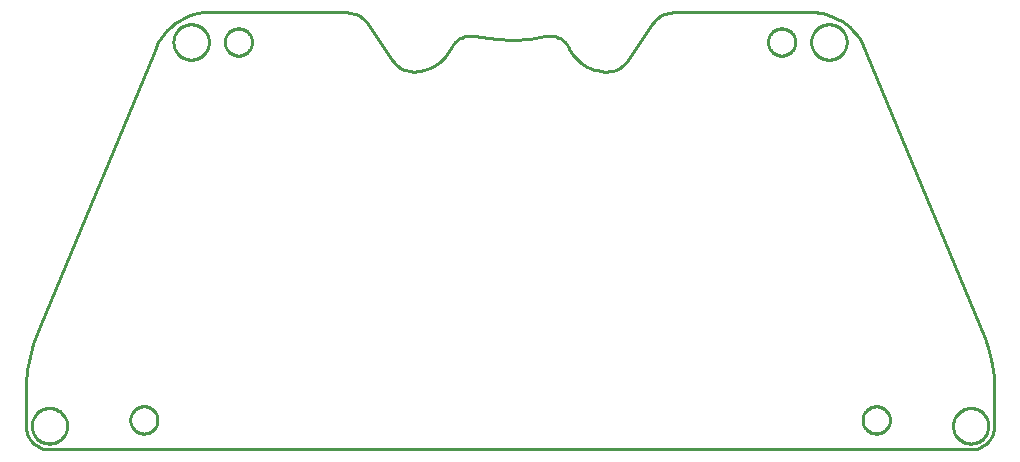
<source format=gbr>
G04 EAGLE Gerber X2 export*
G04 #@! %TF.Part,Single*
G04 #@! %TF.FileFunction,Profile,NP*
G04 #@! %TF.FilePolarity,Positive*
G04 #@! %TF.GenerationSoftware,Autodesk,EAGLE,8.6.0*
G04 #@! %TF.CreationDate,2018-03-08T00:53:42Z*
G75*
%MOMM*%
%FSLAX34Y34*%
%LPD*%
%AMOC8*
5,1,8,0,0,1.08239X$1,22.5*%
G01*
%ADD10C,0.254000*%


D10*
X140000Y130000D02*
X140076Y128257D01*
X140304Y126527D01*
X140681Y124824D01*
X141206Y123160D01*
X141874Y121548D01*
X142680Y120000D01*
X143617Y118528D01*
X144679Y117144D01*
X145858Y115858D01*
X147144Y114679D01*
X148528Y113617D01*
X150000Y112680D01*
X151548Y111874D01*
X153160Y111206D01*
X154824Y110681D01*
X156527Y110304D01*
X158257Y110076D01*
X160000Y110000D01*
X940000Y110000D01*
X941743Y110076D01*
X943473Y110304D01*
X945176Y110681D01*
X946840Y111206D01*
X948452Y111874D01*
X950000Y112680D01*
X951472Y113617D01*
X952856Y114679D01*
X954142Y115858D01*
X955321Y117144D01*
X956383Y118528D01*
X957321Y120000D01*
X958126Y121548D01*
X958794Y123160D01*
X959319Y124824D01*
X959696Y126527D01*
X959924Y128257D01*
X960000Y130000D01*
X960000Y160000D01*
X959505Y171330D01*
X958025Y182574D01*
X955570Y193646D01*
X952160Y204463D01*
X950000Y210000D01*
X850000Y450000D01*
X848176Y453890D01*
X846021Y457605D01*
X843549Y461119D01*
X840781Y464404D01*
X837737Y467435D01*
X834441Y470190D01*
X830916Y472647D01*
X827192Y474787D01*
X823294Y476594D01*
X819255Y478055D01*
X815103Y479158D01*
X810871Y479895D01*
X810000Y480000D01*
X690000Y480000D01*
X688034Y480023D01*
X686074Y479875D01*
X684134Y479557D01*
X682229Y479071D01*
X680374Y478420D01*
X678583Y477611D01*
X676868Y476648D01*
X675245Y475540D01*
X673724Y474294D01*
X672317Y472920D01*
X671036Y471429D01*
X670000Y470000D01*
X650000Y440000D01*
X648839Y438413D01*
X647545Y436934D01*
X646126Y435573D01*
X644594Y434341D01*
X642961Y433247D01*
X641238Y432300D01*
X639439Y431506D01*
X637579Y430872D01*
X635669Y430403D01*
X633727Y430102D01*
X631765Y429971D01*
X630000Y430000D01*
X626917Y430307D01*
X623873Y430881D01*
X620891Y431718D01*
X617993Y432812D01*
X615201Y434154D01*
X612537Y435735D01*
X610020Y437542D01*
X607671Y439561D01*
X605507Y441777D01*
X603544Y444174D01*
X601797Y446732D01*
X600280Y449433D01*
X600000Y450000D01*
X599243Y451406D01*
X598366Y452741D01*
X597376Y453995D01*
X596280Y455157D01*
X595088Y456220D01*
X593807Y457175D01*
X592448Y458014D01*
X591021Y458732D01*
X589537Y459322D01*
X588007Y459781D01*
X586443Y460105D01*
X584857Y460292D01*
X583260Y460339D01*
X581665Y460247D01*
X580085Y460016D01*
X580000Y460000D01*
X566522Y457969D01*
X552918Y457120D01*
X539292Y457460D01*
X525748Y458987D01*
X520000Y460000D01*
X518421Y460238D01*
X516826Y460338D01*
X515230Y460298D01*
X513642Y460119D01*
X512077Y459802D01*
X510545Y459350D01*
X509058Y458767D01*
X507627Y458056D01*
X506264Y457223D01*
X504979Y456275D01*
X503782Y455218D01*
X502681Y454060D01*
X501685Y452811D01*
X500802Y451481D01*
X500038Y450078D01*
X500000Y450000D01*
X498531Y447272D01*
X496831Y444683D01*
X494911Y442252D01*
X492786Y439998D01*
X490473Y437937D01*
X487990Y436086D01*
X485354Y434458D01*
X482587Y433066D01*
X479708Y431921D01*
X476741Y431030D01*
X473708Y430402D01*
X470631Y430041D01*
X470000Y430000D01*
X468034Y429977D01*
X466074Y430125D01*
X464134Y430443D01*
X462229Y430929D01*
X460374Y431580D01*
X458583Y432389D01*
X456868Y433352D01*
X455245Y434461D01*
X453724Y435706D01*
X452318Y437080D01*
X451036Y438571D01*
X450000Y440000D01*
X430000Y470000D01*
X428839Y471587D01*
X427545Y473066D01*
X426126Y474427D01*
X424594Y475659D01*
X422961Y476753D01*
X421238Y477700D01*
X419439Y478494D01*
X417579Y479128D01*
X415669Y479597D01*
X413727Y479898D01*
X411765Y480029D01*
X410000Y480000D01*
X290000Y480000D01*
X285755Y479338D01*
X281585Y478309D01*
X277519Y476921D01*
X273591Y475183D01*
X269828Y473110D01*
X266261Y470716D01*
X262916Y468021D01*
X259818Y465044D01*
X256992Y461809D01*
X254459Y458340D01*
X252237Y454663D01*
X250345Y450807D01*
X250000Y450000D01*
X150000Y210000D01*
X146099Y199351D01*
X143141Y188403D01*
X141148Y177238D01*
X140136Y165942D01*
X140000Y160000D01*
X140000Y130000D01*
X251500Y134548D02*
X251429Y133647D01*
X251288Y132755D01*
X251077Y131876D01*
X250798Y131017D01*
X250452Y130182D01*
X250041Y129377D01*
X249569Y128606D01*
X249038Y127875D01*
X248451Y127188D01*
X247812Y126549D01*
X247125Y125962D01*
X246394Y125431D01*
X245623Y124959D01*
X244818Y124548D01*
X243983Y124202D01*
X243124Y123923D01*
X242245Y123712D01*
X241353Y123571D01*
X240452Y123500D01*
X239548Y123500D01*
X238647Y123571D01*
X237755Y123712D01*
X236876Y123923D01*
X236017Y124202D01*
X235182Y124548D01*
X234377Y124959D01*
X233606Y125431D01*
X232875Y125962D01*
X232188Y126549D01*
X231549Y127188D01*
X230962Y127875D01*
X230431Y128606D01*
X229959Y129377D01*
X229548Y130182D01*
X229202Y131017D01*
X228923Y131876D01*
X228712Y132755D01*
X228571Y133647D01*
X228500Y134548D01*
X228500Y135452D01*
X228571Y136353D01*
X228712Y137245D01*
X228923Y138124D01*
X229202Y138983D01*
X229548Y139818D01*
X229959Y140623D01*
X230431Y141394D01*
X230962Y142125D01*
X231549Y142812D01*
X232188Y143451D01*
X232875Y144038D01*
X233606Y144569D01*
X234377Y145041D01*
X235182Y145452D01*
X236017Y145798D01*
X236876Y146077D01*
X237755Y146288D01*
X238647Y146429D01*
X239548Y146500D01*
X240452Y146500D01*
X241353Y146429D01*
X242245Y146288D01*
X243124Y146077D01*
X243983Y145798D01*
X244818Y145452D01*
X245623Y145041D01*
X246394Y144569D01*
X247125Y144038D01*
X247812Y143451D01*
X248451Y142812D01*
X249038Y142125D01*
X249569Y141394D01*
X250041Y140623D01*
X250452Y139818D01*
X250798Y138983D01*
X251077Y138124D01*
X251288Y137245D01*
X251429Y136353D01*
X251500Y135452D01*
X251500Y134548D01*
X871500Y134548D02*
X871429Y133647D01*
X871288Y132755D01*
X871077Y131876D01*
X870798Y131017D01*
X870452Y130182D01*
X870041Y129377D01*
X869569Y128606D01*
X869038Y127875D01*
X868451Y127188D01*
X867812Y126549D01*
X867125Y125962D01*
X866394Y125431D01*
X865623Y124959D01*
X864818Y124548D01*
X863983Y124202D01*
X863124Y123923D01*
X862245Y123712D01*
X861353Y123571D01*
X860452Y123500D01*
X859548Y123500D01*
X858647Y123571D01*
X857755Y123712D01*
X856876Y123923D01*
X856017Y124202D01*
X855182Y124548D01*
X854377Y124959D01*
X853606Y125431D01*
X852875Y125962D01*
X852188Y126549D01*
X851549Y127188D01*
X850962Y127875D01*
X850431Y128606D01*
X849959Y129377D01*
X849548Y130182D01*
X849202Y131017D01*
X848923Y131876D01*
X848712Y132755D01*
X848571Y133647D01*
X848500Y134548D01*
X848500Y135452D01*
X848571Y136353D01*
X848712Y137245D01*
X848923Y138124D01*
X849202Y138983D01*
X849548Y139818D01*
X849959Y140623D01*
X850431Y141394D01*
X850962Y142125D01*
X851549Y142812D01*
X852188Y143451D01*
X852875Y144038D01*
X853606Y144569D01*
X854377Y145041D01*
X855182Y145452D01*
X856017Y145798D01*
X856876Y146077D01*
X857755Y146288D01*
X858647Y146429D01*
X859548Y146500D01*
X860452Y146500D01*
X861353Y146429D01*
X862245Y146288D01*
X863124Y146077D01*
X863983Y145798D01*
X864818Y145452D01*
X865623Y145041D01*
X866394Y144569D01*
X867125Y144038D01*
X867812Y143451D01*
X868451Y142812D01*
X869038Y142125D01*
X869569Y141394D01*
X870041Y140623D01*
X870452Y139818D01*
X870798Y138983D01*
X871077Y138124D01*
X871288Y137245D01*
X871429Y136353D01*
X871500Y135452D01*
X871500Y134548D01*
X295000Y454464D02*
X294924Y453396D01*
X294771Y452335D01*
X294543Y451288D01*
X294241Y450260D01*
X293867Y449256D01*
X293422Y448281D01*
X292908Y447341D01*
X292329Y446440D01*
X291687Y445582D01*
X290985Y444772D01*
X290228Y444015D01*
X289418Y443313D01*
X288560Y442671D01*
X287659Y442092D01*
X286719Y441578D01*
X285744Y441133D01*
X284740Y440759D01*
X283712Y440457D01*
X282665Y440229D01*
X281604Y440076D01*
X280536Y440000D01*
X279464Y440000D01*
X278396Y440076D01*
X277335Y440229D01*
X276288Y440457D01*
X275260Y440759D01*
X274256Y441133D01*
X273281Y441578D01*
X272341Y442092D01*
X271440Y442671D01*
X270582Y443313D01*
X269772Y444015D01*
X269015Y444772D01*
X268313Y445582D01*
X267671Y446440D01*
X267092Y447341D01*
X266578Y448281D01*
X266133Y449256D01*
X265759Y450260D01*
X265457Y451288D01*
X265229Y452335D01*
X265076Y453396D01*
X265000Y454464D01*
X265000Y455536D01*
X265076Y456604D01*
X265229Y457665D01*
X265457Y458712D01*
X265759Y459740D01*
X266133Y460744D01*
X266578Y461719D01*
X267092Y462659D01*
X267671Y463560D01*
X268313Y464418D01*
X269015Y465228D01*
X269772Y465985D01*
X270582Y466687D01*
X271440Y467329D01*
X272341Y467908D01*
X273281Y468422D01*
X274256Y468867D01*
X275260Y469241D01*
X276288Y469543D01*
X277335Y469771D01*
X278396Y469924D01*
X279464Y470000D01*
X280536Y470000D01*
X281604Y469924D01*
X282665Y469771D01*
X283712Y469543D01*
X284740Y469241D01*
X285744Y468867D01*
X286719Y468422D01*
X287659Y467908D01*
X288560Y467329D01*
X289418Y466687D01*
X290228Y465985D01*
X290985Y465228D01*
X291687Y464418D01*
X292329Y463560D01*
X292908Y462659D01*
X293422Y461719D01*
X293867Y460744D01*
X294241Y459740D01*
X294543Y458712D01*
X294771Y457665D01*
X294924Y456604D01*
X295000Y455536D01*
X295000Y454464D01*
X175000Y129464D02*
X174924Y128396D01*
X174771Y127335D01*
X174543Y126288D01*
X174241Y125260D01*
X173867Y124256D01*
X173422Y123281D01*
X172908Y122341D01*
X172329Y121440D01*
X171687Y120582D01*
X170985Y119772D01*
X170228Y119015D01*
X169418Y118313D01*
X168560Y117671D01*
X167659Y117092D01*
X166719Y116578D01*
X165744Y116133D01*
X164740Y115759D01*
X163712Y115457D01*
X162665Y115229D01*
X161604Y115076D01*
X160536Y115000D01*
X159464Y115000D01*
X158396Y115076D01*
X157335Y115229D01*
X156288Y115457D01*
X155260Y115759D01*
X154256Y116133D01*
X153281Y116578D01*
X152341Y117092D01*
X151440Y117671D01*
X150582Y118313D01*
X149772Y119015D01*
X149015Y119772D01*
X148313Y120582D01*
X147671Y121440D01*
X147092Y122341D01*
X146578Y123281D01*
X146133Y124256D01*
X145759Y125260D01*
X145457Y126288D01*
X145229Y127335D01*
X145076Y128396D01*
X145000Y129464D01*
X145000Y130536D01*
X145076Y131604D01*
X145229Y132665D01*
X145457Y133712D01*
X145759Y134740D01*
X146133Y135744D01*
X146578Y136719D01*
X147092Y137659D01*
X147671Y138560D01*
X148313Y139418D01*
X149015Y140228D01*
X149772Y140985D01*
X150582Y141687D01*
X151440Y142329D01*
X152341Y142908D01*
X153281Y143422D01*
X154256Y143867D01*
X155260Y144241D01*
X156288Y144543D01*
X157335Y144771D01*
X158396Y144924D01*
X159464Y145000D01*
X160536Y145000D01*
X161604Y144924D01*
X162665Y144771D01*
X163712Y144543D01*
X164740Y144241D01*
X165744Y143867D01*
X166719Y143422D01*
X167659Y142908D01*
X168560Y142329D01*
X169418Y141687D01*
X170228Y140985D01*
X170985Y140228D01*
X171687Y139418D01*
X172329Y138560D01*
X172908Y137659D01*
X173422Y136719D01*
X173867Y135744D01*
X174241Y134740D01*
X174543Y133712D01*
X174771Y132665D01*
X174924Y131604D01*
X175000Y130536D01*
X175000Y129464D01*
X955000Y129464D02*
X954924Y128396D01*
X954771Y127335D01*
X954543Y126288D01*
X954241Y125260D01*
X953867Y124256D01*
X953422Y123281D01*
X952908Y122341D01*
X952329Y121440D01*
X951687Y120582D01*
X950985Y119772D01*
X950228Y119015D01*
X949418Y118313D01*
X948560Y117671D01*
X947659Y117092D01*
X946719Y116578D01*
X945744Y116133D01*
X944740Y115759D01*
X943712Y115457D01*
X942665Y115229D01*
X941604Y115076D01*
X940536Y115000D01*
X939464Y115000D01*
X938396Y115076D01*
X937335Y115229D01*
X936288Y115457D01*
X935260Y115759D01*
X934256Y116133D01*
X933281Y116578D01*
X932341Y117092D01*
X931440Y117671D01*
X930582Y118313D01*
X929772Y119015D01*
X929015Y119772D01*
X928313Y120582D01*
X927671Y121440D01*
X927092Y122341D01*
X926578Y123281D01*
X926133Y124256D01*
X925759Y125260D01*
X925457Y126288D01*
X925229Y127335D01*
X925076Y128396D01*
X925000Y129464D01*
X925000Y130536D01*
X925076Y131604D01*
X925229Y132665D01*
X925457Y133712D01*
X925759Y134740D01*
X926133Y135744D01*
X926578Y136719D01*
X927092Y137659D01*
X927671Y138560D01*
X928313Y139418D01*
X929015Y140228D01*
X929772Y140985D01*
X930582Y141687D01*
X931440Y142329D01*
X932341Y142908D01*
X933281Y143422D01*
X934256Y143867D01*
X935260Y144241D01*
X936288Y144543D01*
X937335Y144771D01*
X938396Y144924D01*
X939464Y145000D01*
X940536Y145000D01*
X941604Y144924D01*
X942665Y144771D01*
X943712Y144543D01*
X944740Y144241D01*
X945744Y143867D01*
X946719Y143422D01*
X947659Y142908D01*
X948560Y142329D01*
X949418Y141687D01*
X950228Y140985D01*
X950985Y140228D01*
X951687Y139418D01*
X952329Y138560D01*
X952908Y137659D01*
X953422Y136719D01*
X953867Y135744D01*
X954241Y134740D01*
X954543Y133712D01*
X954771Y132665D01*
X954924Y131604D01*
X955000Y130536D01*
X955000Y129464D01*
X835000Y454464D02*
X834924Y453396D01*
X834771Y452335D01*
X834543Y451288D01*
X834241Y450260D01*
X833867Y449256D01*
X833422Y448281D01*
X832908Y447341D01*
X832329Y446440D01*
X831687Y445582D01*
X830985Y444772D01*
X830228Y444015D01*
X829418Y443313D01*
X828560Y442671D01*
X827659Y442092D01*
X826719Y441578D01*
X825744Y441133D01*
X824740Y440759D01*
X823712Y440457D01*
X822665Y440229D01*
X821604Y440076D01*
X820536Y440000D01*
X819464Y440000D01*
X818396Y440076D01*
X817335Y440229D01*
X816288Y440457D01*
X815260Y440759D01*
X814256Y441133D01*
X813281Y441578D01*
X812341Y442092D01*
X811440Y442671D01*
X810582Y443313D01*
X809772Y444015D01*
X809015Y444772D01*
X808313Y445582D01*
X807671Y446440D01*
X807092Y447341D01*
X806578Y448281D01*
X806133Y449256D01*
X805759Y450260D01*
X805457Y451288D01*
X805229Y452335D01*
X805076Y453396D01*
X805000Y454464D01*
X805000Y455536D01*
X805076Y456604D01*
X805229Y457665D01*
X805457Y458712D01*
X805759Y459740D01*
X806133Y460744D01*
X806578Y461719D01*
X807092Y462659D01*
X807671Y463560D01*
X808313Y464418D01*
X809015Y465228D01*
X809772Y465985D01*
X810582Y466687D01*
X811440Y467329D01*
X812341Y467908D01*
X813281Y468422D01*
X814256Y468867D01*
X815260Y469241D01*
X816288Y469543D01*
X817335Y469771D01*
X818396Y469924D01*
X819464Y470000D01*
X820536Y470000D01*
X821604Y469924D01*
X822665Y469771D01*
X823712Y469543D01*
X824740Y469241D01*
X825744Y468867D01*
X826719Y468422D01*
X827659Y467908D01*
X828560Y467329D01*
X829418Y466687D01*
X830228Y465985D01*
X830985Y465228D01*
X831687Y464418D01*
X832329Y463560D01*
X832908Y462659D01*
X833422Y461719D01*
X833867Y460744D01*
X834241Y459740D01*
X834543Y458712D01*
X834771Y457665D01*
X834924Y456604D01*
X835000Y455536D01*
X835000Y454464D01*
X331500Y454548D02*
X331429Y453647D01*
X331288Y452755D01*
X331077Y451876D01*
X330798Y451017D01*
X330452Y450182D01*
X330041Y449377D01*
X329569Y448606D01*
X329038Y447875D01*
X328451Y447188D01*
X327812Y446549D01*
X327125Y445962D01*
X326394Y445431D01*
X325623Y444959D01*
X324818Y444548D01*
X323983Y444202D01*
X323124Y443923D01*
X322245Y443712D01*
X321353Y443571D01*
X320452Y443500D01*
X319548Y443500D01*
X318647Y443571D01*
X317755Y443712D01*
X316876Y443923D01*
X316017Y444202D01*
X315182Y444548D01*
X314377Y444959D01*
X313606Y445431D01*
X312875Y445962D01*
X312188Y446549D01*
X311549Y447188D01*
X310962Y447875D01*
X310431Y448606D01*
X309959Y449377D01*
X309548Y450182D01*
X309202Y451017D01*
X308923Y451876D01*
X308712Y452755D01*
X308571Y453647D01*
X308500Y454548D01*
X308500Y455452D01*
X308571Y456353D01*
X308712Y457245D01*
X308923Y458124D01*
X309202Y458983D01*
X309548Y459818D01*
X309959Y460623D01*
X310431Y461394D01*
X310962Y462125D01*
X311549Y462812D01*
X312188Y463451D01*
X312875Y464038D01*
X313606Y464569D01*
X314377Y465041D01*
X315182Y465452D01*
X316017Y465798D01*
X316876Y466077D01*
X317755Y466288D01*
X318647Y466429D01*
X319548Y466500D01*
X320452Y466500D01*
X321353Y466429D01*
X322245Y466288D01*
X323124Y466077D01*
X323983Y465798D01*
X324818Y465452D01*
X325623Y465041D01*
X326394Y464569D01*
X327125Y464038D01*
X327812Y463451D01*
X328451Y462812D01*
X329038Y462125D01*
X329569Y461394D01*
X330041Y460623D01*
X330452Y459818D01*
X330798Y458983D01*
X331077Y458124D01*
X331288Y457245D01*
X331429Y456353D01*
X331500Y455452D01*
X331500Y454548D01*
X791500Y454548D02*
X791429Y453647D01*
X791288Y452755D01*
X791077Y451876D01*
X790798Y451017D01*
X790452Y450182D01*
X790041Y449377D01*
X789569Y448606D01*
X789038Y447875D01*
X788451Y447188D01*
X787812Y446549D01*
X787125Y445962D01*
X786394Y445431D01*
X785623Y444959D01*
X784818Y444548D01*
X783983Y444202D01*
X783124Y443923D01*
X782245Y443712D01*
X781353Y443571D01*
X780452Y443500D01*
X779548Y443500D01*
X778647Y443571D01*
X777755Y443712D01*
X776876Y443923D01*
X776017Y444202D01*
X775182Y444548D01*
X774377Y444959D01*
X773606Y445431D01*
X772875Y445962D01*
X772188Y446549D01*
X771549Y447188D01*
X770962Y447875D01*
X770431Y448606D01*
X769959Y449377D01*
X769548Y450182D01*
X769202Y451017D01*
X768923Y451876D01*
X768712Y452755D01*
X768571Y453647D01*
X768500Y454548D01*
X768500Y455452D01*
X768571Y456353D01*
X768712Y457245D01*
X768923Y458124D01*
X769202Y458983D01*
X769548Y459818D01*
X769959Y460623D01*
X770431Y461394D01*
X770962Y462125D01*
X771549Y462812D01*
X772188Y463451D01*
X772875Y464038D01*
X773606Y464569D01*
X774377Y465041D01*
X775182Y465452D01*
X776017Y465798D01*
X776876Y466077D01*
X777755Y466288D01*
X778647Y466429D01*
X779548Y466500D01*
X780452Y466500D01*
X781353Y466429D01*
X782245Y466288D01*
X783124Y466077D01*
X783983Y465798D01*
X784818Y465452D01*
X785623Y465041D01*
X786394Y464569D01*
X787125Y464038D01*
X787812Y463451D01*
X788451Y462812D01*
X789038Y462125D01*
X789569Y461394D01*
X790041Y460623D01*
X790452Y459818D01*
X790798Y458983D01*
X791077Y458124D01*
X791288Y457245D01*
X791429Y456353D01*
X791500Y455452D01*
X791500Y454548D01*
M02*

</source>
